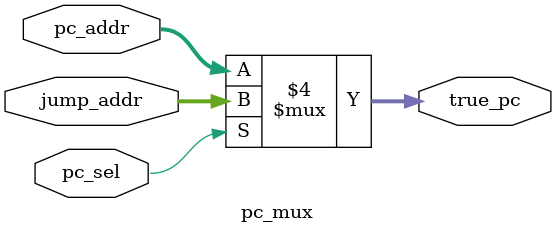
<source format=v>
module pc_mux(pc_addr, jump_addr, pc_sel, true_pc);
    input pc_sel;
    input[31:0] pc_addr, jump_addr;
    output reg[31:0] true_pc;

    always@(*)
    begin
        if(pc_sel == 1'b1)
        begin
            true_pc = jump_addr;
        end
        else
        begin
            true_pc = pc_addr;
        end
    end
endmodule

</source>
